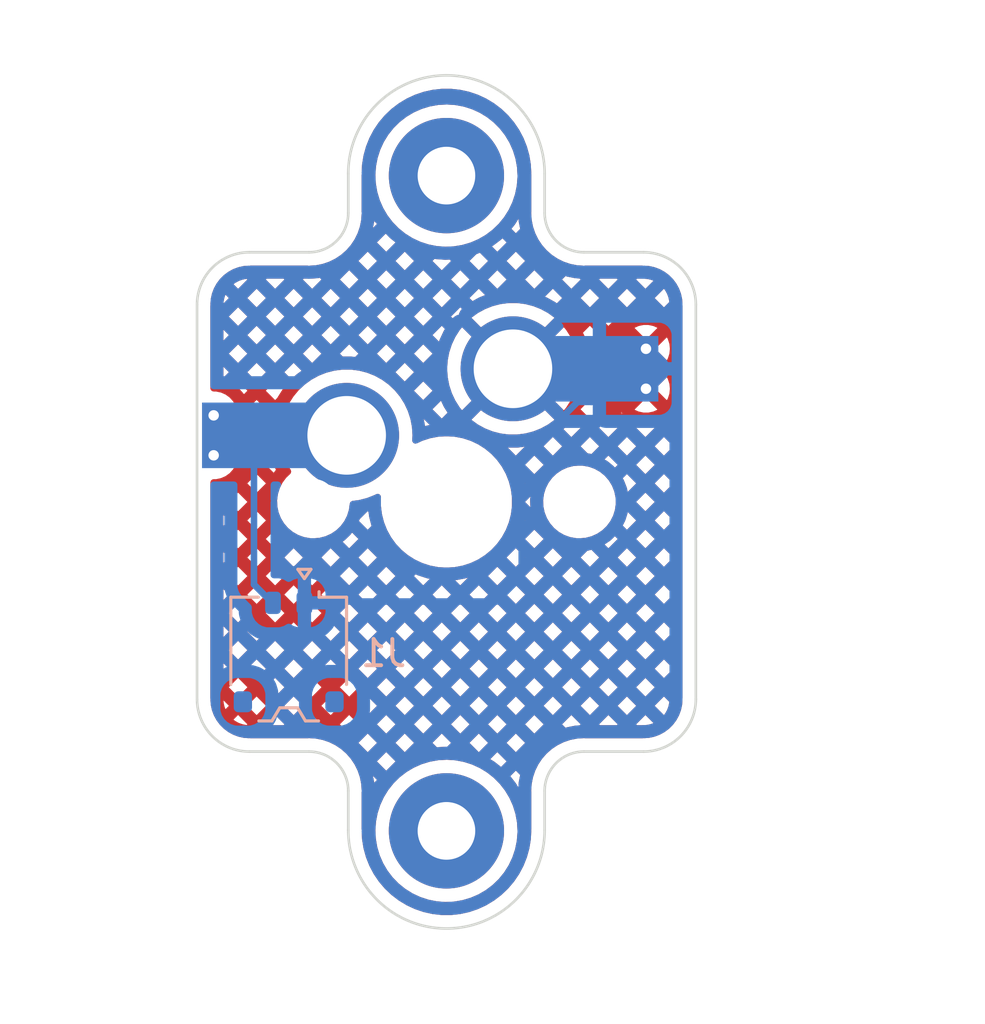
<source format=kicad_pcb>
(kicad_pcb (version 20211014) (generator pcbnew)
  (layers (0 "F.Cu" signal) (31 "B.Cu" signal) (34 "B.Paste" user) (35 "F.Paste" user) (36 "B.SilkS" user "B.Silkscreen") (37 "F.SilkS" user "F.Silkscreen") (38 "B.Mask" user) (39 "F.Mask" user) (44 "Edge.Cuts" user))
  (net 0 "")
  (net 1 "Net-(SW1-Pad1)")
  (net 2 "Net-(SW1-Pad2)")
  (footprint "MX_Only:MXOnly-1U-Hotswap-Antishear" (layer "F.Cu") (at 100 100)
    (fp_text reference "SW1")
    (fp_text value "SW_Push")
    (pad "" np_thru_hole circle locked (at 0 0) (size 3.9878 3.9878) (drill 3.9878) (layers *.Cu *.Mask))
    (pad "" np_thru_hole circle locked (at -5.08 0 48.0996) (size 1.75 1.75) (drill 1.75) (layers *.Cu *.Mask))
    (pad "" np_thru_hole circle locked (at 5.08 0 48.0996) (size 1.75 1.75) (drill 1.75) (layers *.Cu *.Mask))
    (pad "1" thru_hole circle locked (at -8.89 -1.778) (size 0.8 0.8) (drill 0.4) (layers *.Cu) (net 1 "Net-(SW1-Pad1)"))
    (pad "1" thru_hole circle locked (at -8.89 -3.302) (size 0.8 0.8) (drill 0.4) (layers *.Cu) (net 1 "Net-(SW1-Pad1)"))
    (pad "1" thru_hole circle locked (at -3.81 -2.54) (size 4 4) (drill 3) (layers *.Cu) (net 1 "Net-(SW1-Pad1)"))
    (pad "1" smd rect locked (at -7.085 -2.54) (size 4.5 2.5) (layers "B.Cu") (net 1 "Net-(SW1-Pad1)"))
    (pad "2" thru_hole circle locked (at 7.62 -4.318) (size 0.8 0.8) (drill 0.4) (layers *.Cu) (net 2 "Net-(SW1-Pad2)"))
    (pad "2" thru_hole circle locked (at 2.54 -5.08) (size 4 4) (drill 3) (layers *.Cu) (net 2 "Net-(SW1-Pad2)"))
    (pad "2" smd rect locked (at 5.842 -5.08) (size 4.5 2.5) (layers "B.Cu") (net 2 "Net-(SW1-Pad2)"))
    (pad "2" thru_hole circle locked (at 7.62 -5.842) (size 0.8 0.8) (drill 0.4) (layers *.Cu) (net 2 "Net-(SW1-Pad2)"))
  )
  (footprint "MountingHole:MountingHole_2.2mm_M2_Pad_TopBottom" (layer "F.Cu") (at 100 112.55)
    (fp_text reference "H1" hide)
    (fp_text value "MountingHole")
    (pad "1" connect circle (at 0 0) (size 4.4 4.4) (layers "F.Cu" "F.Mask"))
    (pad "1" thru_hole circle (at 0 0) (size 2.6 2.6) (drill 2.2) (layers *.Cu *.Mask))
    (pad "1" connect circle (at 0 0) (size 4.4 4.4) (layers "B.Cu" "B.Mask"))
  )
  (footprint "MountingHole:MountingHole_2.2mm_M2_Pad_TopBottom" (layer "F.Cu") (at 100 87.55)
    (fp_text reference "H2" hide)
    (fp_text value "MountingHole")
    (pad "1" connect circle (at 0 0) (size 4.4 4.4) (layers "B.Cu" "B.Mask"))
    (pad "1" thru_hole circle (at 0 0) (size 2.6 2.6) (drill 2.2) (layers *.Cu *.Mask))
    (pad "1" connect circle (at 0 0) (size 4.4 4.4) (layers "F.Cu" "F.Mask"))
  )
  (footprint "Connector_Molex:Molex_Pico-EZmate_78171-0002_1x02-1MP_P1.20mm_Vertical" (layer "B.Cu") (at 93.975 105.725 180)
    (fp_text reference "J1" (at -3.625 -0.05) (layer "B.SilkS") (effects (justify mirror)))
    (fp_text value "Conn_01x02_Female")
    (fp_line (start -1.14 -2.63) (end -0.64 -2.63) (layer "B.SilkS") (width 0.12))
    (fp_line (start -0.35 3.153553) (end -0.85 3.153553) (layer "B.SilkS") (width 0.12))
    (fp_line (start 0.34 -2.13) (end 0.64 -2.63) (layer "B.SilkS") (width 0.12))
    (fp_line (start 2.21 -1.24) (end 2.21 2.09) (layer "B.SilkS") (width 0.12))
    (fp_line (start -0.64 -2.63) (end -0.34 -2.13) (layer "B.SilkS") (width 0.12))
    (fp_line (start -2.21 -1.24) (end -2.21 2.09) (layer "B.SilkS") (width 0.12))
    (fp_line (start -0.34 -2.13) (end 0.34 -2.13) (layer "B.SilkS") (width 0.12))
    (fp_line (start -1.16 2.09) (end -1.16 2.3) (layer "B.SilkS") (width 0.12))
    (fp_line (start -0.6 2.8) (end -0.35 3.153553) (layer "B.SilkS") (width 0.12))
    (fp_line (start 0.64 -2.63) (end 1.14 -2.63) (layer "B.SilkS") (width 0.12))
    (fp_line (start -2.21 2.09) (end -1.16 2.09) (layer "B.SilkS") (width 0.12))
    (fp_line (start 2.21 2.09) (end 1.16 2.09) (layer "B.SilkS") (width 0.12))
    (fp_line (start -0.85 3.153553) (end -0.6 2.8) (layer "B.SilkS") (width 0.12))
    (pad "1" smd roundrect (at -0.6 1.875 180) (size 0.6 0.85) (layers "B.Cu" "B.Paste" "B.Mask") (net 2 "Net-(SW1-Pad2)"))
    (pad "2" smd roundrect (at 0.6 1.875 180) (size 0.6 0.85) (layers "B.Cu" "B.Paste" "B.Mask") (net 1 "Net-(SW1-Pad1)"))
    (pad "MP" smd roundrect (at 1.75 -1.9 180) (size 0.7 0.8) (layers "B.Cu" "B.Paste" "B.Mask"))
    (pad "MP" smd roundrect (at -1.75 -1.9 180) (size 0.7 0.8) (layers "B.Cu" "B.Paste" "B.Mask"))
  )
  (gr_line (start 103.75 87.475) (end 103.75 88.975) (layer "Edge.Cuts") (width 0.1))
  (gr_arc (start 94.75 109.525) (mid 95.81066 109.96434) (end 96.25 111.025) (layer "Edge.Cuts") (width 0.1))
  (gr_line (start 92.475 90.475) (end 94.75 90.475) (layer "Edge.Cuts") (width 0.1))
  (gr_arc (start 92.475 109.525) (mid 91.060786 108.939214) (end 90.475 107.525) (layer "Edge.Cuts") (width 0.1))
  (gr_arc (start 103.75 111.025) (mid 104.18934 109.96434) (end 105.25 109.525) (layer "Edge.Cuts") (width 0.1))
  (gr_arc (start 107.525 90.475) (mid 108.939214 91.060786) (end 109.525 92.475) (layer "Edge.Cuts") (width 0.1))
  (gr_arc (start 90.475 92.475) (mid 91.060786 91.060786) (end 92.475 90.475) (layer "Edge.Cuts") (width 0.1))
  (gr_line (start 107.525 90.475) (end 105.25 90.475) (layer "Edge.Cuts") (width 0.1))
  (gr_line (start 96.25 87.475) (end 96.25 88.975) (layer "Edge.Cuts") (width 0.1))
  (gr_line (start 96.25 112.525) (end 96.25 111.025) (layer "Edge.Cuts") (width 0.1))
  (gr_arc (start 109.525 107.525) (mid 108.939214 108.939214) (end 107.525 109.525) (layer "Edge.Cuts") (width 0.1))
  (gr_line (start 90.475 92.475) (end 90.475 107.525) (layer "Edge.Cuts") (width 0.1))
  (gr_arc (start 96.25 88.975) (mid 95.81066 90.03566) (end 94.75 90.475) (layer "Edge.Cuts") (width 0.1))
  (gr_line (start 92.475 109.525) (end 94.75 109.525) (layer "Edge.Cuts") (width 0.1))
  (gr_arc (start 105.25 90.475) (mid 104.18934 90.03566) (end 103.75 88.975) (layer "Edge.Cuts") (width 0.1))
  (gr_arc (start 103.75 112.525) (mid 100 116.275) (end 96.25 112.525) (layer "Edge.Cuts") (width 0.1))
  (gr_arc (start 96.25 87.475) (mid 100 83.725) (end 103.75 87.475) (layer "Edge.Cuts") (width 0.1))
  (gr_line (start 109.525 92.475) (end 109.525 107.525) (layer "Edge.Cuts") (width 0.1))
  (gr_line (start 107.525 109.525) (end 105.25 109.525) (layer "Edge.Cuts") (width 0.1))
  (gr_line (start 103.75 112.525) (end 103.75 111.025) (layer "Edge.Cuts") (width 0.1))
  (segment (start 92.65 98.4) (end 92.65 103.15) (width 0.25) (layer "B.Cu") (net 1))
  (segment (start 95.89 97.385) (end 93.665 97.385) (width 0.25) (layer "B.Cu") (net 1))
  (segment (start 92.65 103.15) (end 93.35 103.85) (width 0.25) (layer "B.Cu") (net 1))
  (segment (start 93.665 97.385) (end 92.65 98.4) (width 0.25) (layer "B.Cu") (net 1))
  (segment (start 105.542 96.183) (end 105.011464 96.183) (width 0.25) (layer "B.Cu") (net 2))
  (segment (start 94.6 103.8) (end 94.55 103.85) (width 0.25) (layer "B.Cu") (net 2))
  (segment (start 101.9 103.8) (end 94.6 103.8) (width 0.25) (layer "B.Cu") (net 2))
  (segment (start 105.011464 96.183) (end 102.875 98.319464) (width 0.25) (layer "B.Cu") (net 2))
  (segment (start 102.875 102.825) (end 101.9 103.8) (width 0.25) (layer "B.Cu") (net 2))
  (segment (start 105.542 94.87) (end 105.542 96.183) (width 0.25) (layer "B.Cu") (net 2))
  (segment (start 102.875 98.319464) (end 102.875 102.825) (width 0.25) (layer "B.Cu") (net 2))
  (zone (net 2) (net_name "Net-(SW1-Pad2)") (layers F&B.Cu) (connect_pads (clearance 0.508)) (min_thickness 0.254) (fill yes (mode hatch) (thermal_gap 0.508) (thermal_bridge_width 0.508) (hatch_thickness 0.5) (hatch_gap 0.5) (hatch_orientation 45) (hatch_border_algorithm hatch_thickness) (hatch_min_hole_area 0.3))
    (polygon (pts (xy 120.575 119.925) (xy 82.95 118.8) (xy 83.8 81.825) (xy 118.725 80.85)))
  )
)
</source>
